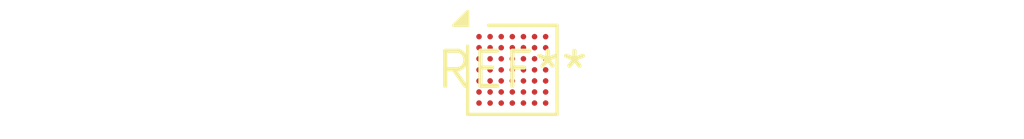
<source format=kicad_pcb>
(kicad_pcb (version 20240108) (generator pcbnew)
  (layers (0 "F.Cu" signal) (31 "B.Cu" signal) (34 "B.Paste" user) (35 "F.Paste" user) (36 "B.SilkS" user "B.Silkscreen") (37 "F.SilkS" user "F.Silkscreen") (38 "B.Mask" user) (39 "F.Mask" user) (44 "Edge.Cuts" user))
  (net 0 "")
  (footprint "TFBGA-49_3x3mm_Layout7x7_P0.4mm" (layer "F.Cu") (at 0 0)
    (property "Reference" "REF**")
    (property "Value" "TFBGA-49_3x3mm_Layout7x7_P0.4mm")
    (fp_line (start -1.61 1.61) (end -1.61 -0.86) (layer "F.SilkS") (stroke (width 0.12)))
    (fp_line (start -0.86 -1.61) (end 1.61 -1.61) (layer "F.SilkS") (stroke (width 0.12)))
    (fp_line (start 1.61 -1.61) (end 1.61 1.61) (layer "F.SilkS") (stroke (width 0.12)))
    (fp_line (start 1.61 1.61) (end -1.61 1.61) (layer "F.SilkS") (stroke (width 0.12)))
    (fp_poly (pts (xy -1.61 -1.61) (xy -2.11 -1.61) (xy -1.61 -2.11) (xy -1.61 -1.61)) (layer "F.SilkS") (stroke (width 0.12)) (fill solid))
    (pad "A1" smd circle (at -1.2 -1.2) (size 0.2 0.2) (property pad_prop_bga) (layers "F.Cu" "F.Paste" "F.Mask"))
    (pad "A2" smd circle (at -0.8 -1.2) (size 0.2 0.2) (property pad_prop_bga) (layers "F.Cu" "F.Paste" "F.Mask"))
    (pad "A3" smd circle (at -0.4 -1.2) (size 0.2 0.2) (property pad_prop_bga) (layers "F.Cu" "F.Paste" "F.Mask"))
    (pad "A4" smd circle (at 0 -1.2) (size 0.2 0.2) (property pad_prop_bga) (layers "F.Cu" "F.Paste" "F.Mask"))
    (pad "A5" smd circle (at 0.4 -1.2) (size 0.2 0.2) (property pad_prop_bga) (layers "F.Cu" "F.Paste" "F.Mask"))
    (pad "A6" smd circle (at 0.8 -1.2) (size 0.2 0.2) (property pad_prop_bga) (layers "F.Cu" "F.Paste" "F.Mask"))
    (pad "A7" smd circle (at 1.2 -1.2) (size 0.2 0.2) (property pad_prop_bga) (layers "F.Cu" "F.Paste" "F.Mask"))
    (pad "B1" smd circle (at -1.2 -0.8) (size 0.2 0.2) (property pad_prop_bga) (layers "F.Cu" "F.Paste" "F.Mask"))
    (pad "B2" smd circle (at -0.8 -0.8) (size 0.2 0.2) (property pad_prop_bga) (layers "F.Cu" "F.Paste" "F.Mask"))
    (pad "B3" smd circle (at -0.4 -0.8) (size 0.2 0.2) (property pad_prop_bga) (layers "F.Cu" "F.Paste" "F.Mask"))
    (pad "B4" smd circle (at 0 -0.8) (size 0.2 0.2) (property pad_prop_bga) (layers "F.Cu" "F.Paste" "F.Mask"))
    (pad "B5" smd circle (at 0.4 -0.8) (size 0.2 0.2) (property pad_prop_bga) (layers "F.Cu" "F.Paste" "F.Mask"))
    (pad "B6" smd circle (at 0.8 -0.8) (size 0.2 0.2) (property pad_prop_bga) (layers "F.Cu" "F.Paste" "F.Mask"))
    (pad "B7" smd circle (at 1.2 -0.8) (size 0.2 0.2) (property pad_prop_bga) (layers "F.Cu" "F.Paste" "F.Mask"))
    (pad "C1" smd circle (at -1.2 -0.4) (size 0.2 0.2) (property pad_prop_bga) (layers "F.Cu" "F.Paste" "F.Mask"))
    (pad "C2" smd circle (at -0.8 -0.4) (size 0.2 0.2) (property pad_prop_bga) (layers "F.Cu" "F.Paste" "F.Mask"))
    (pad "C3" smd circle (at -0.4 -0.4) (size 0.2 0.2) (property pad_prop_bga) (layers "F.Cu" "F.Paste" "F.Mask"))
    (pad "C4" smd circle (at 0 -0.4) (size 0.2 0.2) (property pad_prop_bga) (layers "F.Cu" "F.Paste" "F.Mask"))
    (pad "C5" smd circle (at 0.4 -0.4) (size 0.2 0.2) (property pad_prop_bga) (layers "F.Cu" "F.Paste" "F.Mask"))
    (pad "C6" smd circle (at 0.8 -0.4) (size 0.2 0.2) (property pad_prop_bga) (layers "F.Cu" "F.Paste" "F.Mask"))
    (pad "C7" smd circle (at 1.2 -0.4) (size 0.2 0.2) (property pad_prop_bga) (layers "F.Cu" "F.Paste" "F.Mask"))
    (pad "D1" smd circle (at -1.2 0) (size 0.2 0.2) (property pad_prop_bga) (layers "F.Cu" "F.Paste" "F.Mask"))
    (pad "D2" smd circle (at -0.8 0) (size 0.2 0.2) (property pad_prop_bga) (layers "F.Cu" "F.Paste" "F.Mask"))
    (pad "D3" smd circle (at -0.4 0) (size 0.2 0.2) (property pad_prop_bga) (layers "F.Cu" "F.Paste" "F.Mask"))
    (pad "D4" smd circle (at 0 0) (size 0.2 0.2) (property pad_prop_bga) (layers "F.Cu" "F.Paste" "F.Mask"))
    (pad "D5" smd circle (at 0.4 0) (size 0.2 0.2) (property pad_prop_bga) (layers "F.Cu" "F.Paste" "F.Mask"))
    (pad "D6" smd circle (at 0.8 0) (size 0.2 0.2) (property pad_prop_bga) (layers "F.Cu" "F.Paste" "F.Mask"))
    (pad "D7" smd circle (at 1.2 0) (size 0.2 0.2) (property pad_prop_bga) (layers "F.Cu" "F.Paste" "F.Mask"))
    (pad "E1" smd circle (at -1.2 0.4) (size 0.2 0.2) (property pad_prop_bga) (layers "F.Cu" "F.Paste" "F.Mask"))
    (pad "E2" smd circle (at -0.8 0.4) (size 0.2 0.2) (property pad_prop_bga) (layers "F.Cu" "F.Paste" "F.Mask"))
    (pad "E3" smd circle (at -0.4 0.4) (size 0.2 0.2) (property pad_prop_bga) (layers "F.Cu" "F.Paste" "F.Mask"))
    (pad "E4" smd circle (at 0 0.4) (size 0.2 0.2) (property pad_prop_bga) (layers "F.Cu" "F.Paste" "F.Mask"))
    (pad "E5" smd circle (at 0.4 0.4) (size 0.2 0.2) (property pad_prop_bga) (layers "F.Cu" "F.Paste" "F.Mask"))
    (pad "E6" smd circle (at 0.8 0.4) (size 0.2 0.2) (property pad_prop_bga) (layers "F.Cu" "F.Paste" "F.Mask"))
    (pad "E7" smd circle (at 1.2 0.4) (size 0.2 0.2) (property pad_prop_bga) (layers "F.Cu" "F.Paste" "F.Mask"))
    (pad "F1" smd circle (at -1.2 0.8) (size 0.2 0.2) (property pad_prop_bga) (layers "F.Cu" "F.Paste" "F.Mask"))
    (pad "F2" smd circle (at -0.8 0.8) (size 0.2 0.2) (property pad_prop_bga) (layers "F.Cu" "F.Paste" "F.Mask"))
    (pad "F3" smd circle (at -0.4 0.8) (size 0.2 0.2) (property pad_prop_bga) (layers "F.Cu" "F.Paste" "F.Mask"))
    (pad "F4" smd circle (at 0 0.8) (size 0.2 0.2) (property pad_prop_bga) (layers "F.Cu" "F.Paste" "F.Mask"))
    (pad "F5" smd circle (at 0.4 0.8) (size 0.2 0.2) (property pad_prop_bga) (layers "F.Cu" "F.Paste" "F.Mask"))
    (pad "F6" smd circle (at 0.8 0.8) (size 0.2 0.2) (property pad_prop_bga) (layers "F.Cu" "F.Paste" "F.Mask"))
    (pad "F7" smd circle (at 1.2 0.8) (size 0.2 0.2) (property pad_prop_bga) (layers "F.Cu" "F.Paste" "F.Mask"))
    (pad "G1" smd circle (at -1.2 1.2) (size 0.2 0.2) (property pad_prop_bga) (layers "F.Cu" "F.Paste" "F.Mask"))
    (pad "G2" smd circle (at -0.8 1.2) (size 0.2 0.2) (property pad_prop_bga) (layers "F.Cu" "F.Paste" "F.Mask"))
    (pad "G3" smd circle (at -0.4 1.2) (size 0.2 0.2) (property pad_prop_bga) (layers "F.Cu" "F.Paste" "F.Mask"))
    (pad "G4" smd circle (at 0 1.2) (size 0.2 0.2) (property pad_prop_bga) (layers "F.Cu" "F.Paste" "F.Mask"))
    (pad "G5" smd circle (at 0.4 1.2) (size 0.2 0.2) (property pad_prop_bga) (layers "F.Cu" "F.Paste" "F.Mask"))
    (pad "G6" smd circle (at 0.8 1.2) (size 0.2 0.2) (property pad_prop_bga) (layers "F.Cu" "F.Paste" "F.Mask"))
    (pad "G7" smd circle (at 1.2 1.2) (size 0.2 0.2) (property pad_prop_bga) (layers "F.Cu" "F.Paste" "F.Mask"))
  )
)
</source>
